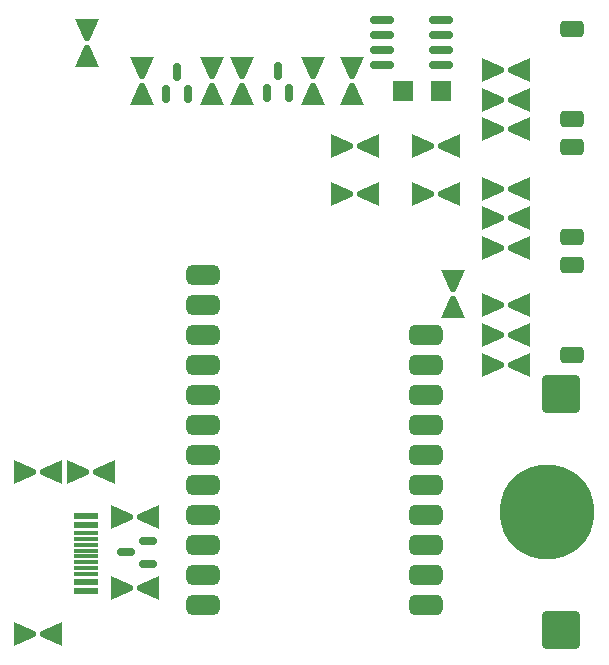
<source format=gtp>
G04 #@! TF.GenerationSoftware,KiCad,Pcbnew,(6.0.10)*
G04 #@! TF.CreationDate,2023-10-08T01:52:56-06:00*
G04 #@! TF.ProjectId,ESP32C3_WordClock,45535033-3243-4335-9f57-6f7264436c6f,rev?*
G04 #@! TF.SameCoordinates,Original*
G04 #@! TF.FileFunction,Paste,Top*
G04 #@! TF.FilePolarity,Positive*
%FSLAX46Y46*%
G04 Gerber Fmt 4.6, Leading zero omitted, Abs format (unit mm)*
G04 Created by KiCad (PCBNEW (6.0.10)) date 2023-10-08 01:52:56*
%MOMM*%
%LPD*%
G01*
G04 APERTURE LIST*
G04 Aperture macros list*
%AMRoundRect*
0 Rectangle with rounded corners*
0 $1 Rounding radius*
0 $2 $3 $4 $5 $6 $7 $8 $9 X,Y pos of 4 corners*
0 Add a 4 corners polygon primitive as box body*
4,1,4,$2,$3,$4,$5,$6,$7,$8,$9,$2,$3,0*
0 Add four circle primitives for the rounded corners*
1,1,$1+$1,$2,$3*
1,1,$1+$1,$4,$5*
1,1,$1+$1,$6,$7*
1,1,$1+$1,$8,$9*
0 Add four rect primitives between the rounded corners*
20,1,$1+$1,$2,$3,$4,$5,0*
20,1,$1+$1,$4,$5,$6,$7,0*
20,1,$1+$1,$6,$7,$8,$9,0*
20,1,$1+$1,$8,$9,$2,$3,0*%
%AMOutline4P*
0 Free polygon, 4 corners , with rotation*
0 The origin of the aperture is its center*
0 number of corners: always 4*
0 $1 to $8 corner X, Y*
0 $9 Rotation angle, in degrees counterclockwise*
0 create outline with 4 corners*
4,1,4,$1,$2,$3,$4,$5,$6,$7,$8,$1,$2,$9*%
G04 Aperture macros list end*
%ADD10C,8.000000*%
%ADD11RoundRect,0.320000X-1.280000X1.280000X-1.280000X-1.280000X1.280000X-1.280000X1.280000X1.280000X0*%
%ADD12Outline4P,-0.900000X-1.000000X0.900000X-0.200000X0.900000X0.200000X-0.900000X1.000000X0.000000*%
%ADD13Outline4P,-0.900000X-0.200000X0.900000X-1.000000X0.900000X1.000000X-0.900000X0.200000X0.000000*%
%ADD14R,2.145000X0.600000*%
%ADD15R,2.145000X0.300000*%
%ADD16R,1.750000X1.800000*%
%ADD17RoundRect,0.150000X0.825000X0.150000X-0.825000X0.150000X-0.825000X-0.150000X0.825000X-0.150000X0*%
%ADD18RoundRect,0.412500X-0.987500X-0.412500X0.987500X-0.412500X0.987500X0.412500X-0.987500X0.412500X0*%
%ADD19RoundRect,0.425000X-0.975000X-0.425000X0.975000X-0.425000X0.975000X0.425000X-0.975000X0.425000X0*%
%ADD20RoundRect,0.350000X0.650000X-0.350000X0.650000X0.350000X-0.650000X0.350000X-0.650000X-0.350000X0*%
%ADD21Outline4P,-0.900000X-1.000000X0.900000X-0.200000X0.900000X0.200000X-0.900000X1.000000X180.000000*%
%ADD22Outline4P,-0.900000X-0.200000X0.900000X-1.000000X0.900000X1.000000X-0.900000X0.200000X180.000000*%
%ADD23Outline4P,-0.900000X-1.000000X0.900000X-0.200000X0.900000X0.200000X-0.900000X1.000000X270.000000*%
%ADD24Outline4P,-0.900000X-0.200000X0.900000X-1.000000X0.900000X1.000000X-0.900000X0.200000X270.000000*%
%ADD25Outline4P,-0.900000X-1.000000X0.900000X-0.200000X0.900000X0.200000X-0.900000X1.000000X90.000000*%
%ADD26Outline4P,-0.900000X-0.200000X0.900000X-1.000000X0.900000X1.000000X-0.900000X0.200000X90.000000*%
%ADD27RoundRect,0.150000X0.150000X-0.587500X0.150000X0.587500X-0.150000X0.587500X-0.150000X-0.587500X0*%
%ADD28RoundRect,0.150000X0.587500X0.150000X-0.587500X0.150000X-0.587500X-0.150000X0.587500X-0.150000X0*%
G04 APERTURE END LIST*
D10*
X106900000Y-98100000D03*
D11*
X108050000Y-88100000D03*
X108050000Y-108100000D03*
D12*
X89500000Y-71200000D03*
D13*
X91700000Y-71200000D03*
D14*
X67842500Y-98400000D03*
X67842500Y-99200000D03*
D15*
X67842500Y-100350000D03*
X67842500Y-101350000D03*
X67842500Y-101850000D03*
X67842500Y-102850000D03*
D14*
X67842500Y-104000000D03*
X67842500Y-104800000D03*
X67842500Y-104800000D03*
X67842500Y-104000000D03*
D15*
X67842500Y-103350000D03*
X67842500Y-102350000D03*
X67842500Y-100850000D03*
X67842500Y-99850000D03*
D14*
X67842500Y-99200000D03*
X67842500Y-98400000D03*
D16*
X97925000Y-62400000D03*
X94675000Y-62400000D03*
D17*
X92925000Y-60205000D03*
X92925000Y-58935000D03*
X92925000Y-57665000D03*
X92925000Y-56395000D03*
X97875000Y-56395000D03*
X97875000Y-57665000D03*
X97875000Y-58935000D03*
X97875000Y-60205000D03*
D18*
X77767500Y-78050000D03*
X77767500Y-80590000D03*
X77767500Y-83130000D03*
X77767500Y-85670000D03*
X77767500Y-88210000D03*
X77767500Y-90750000D03*
X77767500Y-93290000D03*
X77767500Y-95830000D03*
X77767500Y-98370000D03*
X77767500Y-100910000D03*
X77767500Y-103450000D03*
X77767500Y-105990000D03*
D19*
X96647500Y-105990000D03*
X96647500Y-103450000D03*
X96647500Y-100910000D03*
X96647500Y-98370000D03*
X96647500Y-95830000D03*
X96647500Y-93290000D03*
X96647500Y-90750000D03*
X96647500Y-88210000D03*
X96647500Y-85670000D03*
X96647500Y-83130000D03*
D20*
X109000000Y-77200000D03*
X109000000Y-84800000D03*
X109000000Y-67200000D03*
X109000000Y-74800000D03*
X109000000Y-64800000D03*
X109000000Y-57200000D03*
D21*
X98600000Y-71200000D03*
D22*
X96400000Y-71200000D03*
D21*
X98600000Y-67100000D03*
D22*
X96400000Y-67100000D03*
D23*
X67900000Y-57300000D03*
D24*
X67900000Y-59500000D03*
D21*
X104500000Y-80600000D03*
D22*
X102300000Y-80600000D03*
D21*
X104500000Y-70700000D03*
D22*
X102300000Y-70700000D03*
X102300000Y-60700000D03*
D21*
X104500000Y-60700000D03*
D22*
X102300000Y-83100000D03*
D21*
X104500000Y-83100000D03*
X104500000Y-73200000D03*
D22*
X102300000Y-73200000D03*
X102300000Y-63200000D03*
D21*
X104500000Y-63200000D03*
D25*
X81100000Y-62700000D03*
D26*
X81100000Y-60500000D03*
D25*
X72600000Y-62700000D03*
D26*
X72600000Y-60500000D03*
D24*
X87100000Y-62700000D03*
D23*
X87100000Y-60500000D03*
D24*
X78500000Y-62700000D03*
D23*
X78500000Y-60500000D03*
D21*
X73100000Y-98500000D03*
D22*
X70900000Y-98500000D03*
D13*
X73100000Y-104500000D03*
D12*
X70900000Y-104500000D03*
D27*
X84100000Y-60762500D03*
X85050000Y-62637500D03*
X83150000Y-62637500D03*
X75537500Y-60800000D03*
X76487500Y-62675000D03*
X74587500Y-62675000D03*
D28*
X73137500Y-102450000D03*
X73137500Y-100550000D03*
X71262500Y-101500000D03*
D21*
X69400000Y-94700000D03*
D22*
X67200000Y-94700000D03*
D21*
X64900000Y-94700000D03*
D22*
X62700000Y-94700000D03*
D21*
X64900000Y-108400000D03*
D22*
X62700000Y-108400000D03*
D12*
X89500000Y-67100000D03*
D13*
X91700000Y-67100000D03*
D21*
X104500000Y-85600000D03*
D22*
X102300000Y-85600000D03*
D21*
X104500000Y-75700000D03*
D22*
X102300000Y-75700000D03*
X102300000Y-65700000D03*
D21*
X104500000Y-65700000D03*
D23*
X98900000Y-78500000D03*
D24*
X98900000Y-80700000D03*
D26*
X90400000Y-60500000D03*
D25*
X90400000Y-62700000D03*
M02*

</source>
